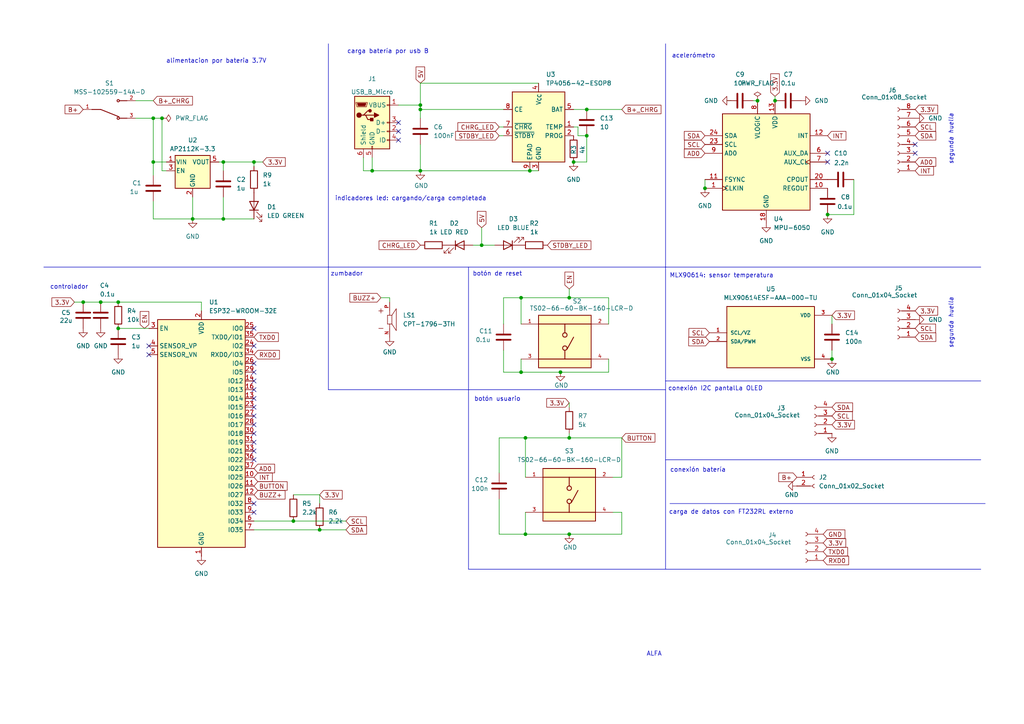
<source format=kicad_sch>
(kicad_sch (version 20250114) (generator "eeschema") (generator_version "9.0")
  (paper "A4")
  (lib_symbols
    (symbol "Battery_Management:TP4056-42-ESOP8"
      (property "Reference" "U" (at -6.604 11.684 0))
      (property "Value" "TP4056-42-ESOP8" (at 10.16 11.684 0))
      (symbol "TP4056-42-ESOP8_1_0"
        (pin input line (at -10.16 5.08 0) (length 2.54) (name "CE") (number "8"))
        (pin open_collector line (at -10.16 0 0) (length 2.54) (name "~{CHRG}") (number "7"))
        (pin open_collector line (at -10.16 -2.54 0) (length 2.54) (name "~{STDBY}") (number "6"))
        (pin passive line (at -2.54 -12.7 90) (length 2.54) (name "EPAD") (number "9"))
        (pin power_in line (at 0 12.7 270) (length 2.54) (name "V_{CC}") (number "4"))
        (pin power_in line (at 0 -12.7 90) (length 2.54) (name "GND") (number "3"))
        (pin power_out line (at 10.16 5.08 180) (length 2.54) (name "BAT") (number "5"))
        (pin input line (at 10.16 0 180) (length 2.54) (name "TEMP") (number "1"))
        (pin passive line (at 10.16 -2.54 180) (length 2.54) (name "PROG") (number "2"))
      )
    )
    (symbol "CPT-1796-3TH:CPT-1796-3TH" (pin_names (offset 1.016))
      (property "Reference" "LS" (at -3.8237 8.922 0))
      (property "Value" "CPT-1796-3TH" (at -3.8225 -11.4677 0))
      (symbol "CPT-1796-3TH_0_0"
        (pin passive line (at 0 5.08 270) (length 2.54) (name "~") (number "P"))
        (pin passive line (at 0 -5.08 90) (length 2.54) (name "~") (number "N"))
      )
    )
    (symbol "Connector:Conn_01x02_Socket" (pin_names (offset 1.016) (hide yes))
      (property "Reference" "J" (at 0 2.54 0))
      (property "Value" "Conn_01x02_Socket" (at 0 -5.08 0))
      (symbol "Conn_01x02_Socket_1_1"
        (pin passive line (at -5.08 0 0) (length 3.81) (name "Pin_1") (number "1"))
        (pin passive line (at -5.08 -2.54 0) (length 3.81) (name "Pin_2") (number "2"))
      )
    )
    (symbol "Connector:Conn_01x04_Socket" (pin_names (offset 1.016) (hide yes))
      (property "Reference" "J" (at 0 5.08 0))
      (property "Value" "Conn_01x04_Socket" (at 0 -7.62 0))
      (symbol "Conn_01x04_Socket_1_1"
        (pin passive line (at -5.08 2.54 0) (length 3.81) (name "Pin_1") (number "1"))
        (pin passive line (at -5.08 0 0) (length 3.81) (name "Pin_2") (number "2"))
        (pin passive line (at -5.08 -2.54 0) (length 3.81) (name "Pin_3") (number "3"))
        (pin passive line (at -5.08 -5.08 0) (length 3.81) (name "Pin_4") (number "4"))
      )
    )
    (symbol "Connector:Conn_01x08_Socket" (pin_names (offset 1.016) (hide yes))
      (property "Reference" "J" (at 0 10.16 0))
      (property "Value" "Conn_01x08_Socket" (at 0 -12.7 0))
      (symbol "Conn_01x08_Socket_1_1"
        (pin passive line (at -5.08 7.62 0) (length 3.81) (name "Pin_1") (number "1"))
        (pin passive line (at -5.08 5.08 0) (length 3.81) (name "Pin_2") (number "2"))
        (pin passive line (at -5.08 2.54 0) (length 3.81) (name "Pin_3") (number "3"))
        (pin passive line (at -5.08 0 0) (length 3.81) (name "Pin_4") (number "4"))
        (pin passive line (at -5.08 -2.54 0) (length 3.81) (name "Pin_5") (number "5"))
        (pin passive line (at -5.08 -5.08 0) (length 3.81) (name "Pin_6") (number "6"))
        (pin passive line (at -5.08 -7.62 0) (length 3.81) (name "Pin_7") (number "7"))
        (pin passive line (at -5.08 -10.16 0) (length 3.81) (name "Pin_8") (number "8"))
      )
    )
    (symbol "Connector:USB_B_Micro" (pin_names (offset 1.016))
      (property "Reference" "J" (at -5.08 11.43 0))
      (property "Value" "USB_B_Micro" (at -5.08 8.89 0))
      (symbol "USB_B_Micro_1_1"
        (pin passive line (at -2.54 -10.16 90) (length 2.54) (name "Shield") (number "6"))
        (pin power_out line (at 0 -10.16 90) (length 2.54) (name "GND") (number "5"))
        (pin power_out line (at 7.62 5.08 180) (length 2.54) (name "VBUS") (number "1"))
        (pin bidirectional line (at 7.62 0 180) (length 2.54) (name "D+") (number "3"))
        (pin bidirectional line (at 7.62 -2.54 180) (length 2.54) (name "D-") (number "2"))
        (pin passive line (at 7.62 -5.08 180) (length 2.54) (name "ID") (number "4"))
      )
    )
    (symbol "Device:C" (pin_numbers (hide yes)) (pin_names (offset 0.254))
      (property "Reference" "C" (at 0.635 2.54 0))
      (property "Value" "C" (at 0.635 -2.54 0))
      (symbol "C_1_1"
        (pin passive line (at 0 3.81 270) (length 2.794) (name "~") (number "1"))
        (pin passive line (at 0 -3.81 90) (length 2.794) (name "~") (number "2"))
      )
    )
    (symbol "Device:LED" (pin_numbers (hide yes)) (pin_names (offset 1.016) (hide yes))
      (property "Reference" "D" (at 0 2.54 0))
      (property "Value" "LED" (at 0 -2.54 0))
      (symbol "LED_1_1"
        (pin passive line (at -3.81 0 0) (length 2.54) (name "K") (number "1"))
        (pin passive line (at 3.81 0 180) (length 2.54) (name "A") (number "2"))
      )
    )
    (symbol "Device:R" (pin_numbers (hide yes)) (pin_names (offset 0))
      (property "Reference" "R" (at 2.032 0 90))
      (property "Value" "R" (at 0 0 90))
      (symbol "R_1_1"
        (pin passive line (at 0 3.81 270) (length 1.27) (name "~") (number "1"))
        (pin passive line (at 0 -3.81 90) (length 1.27) (name "~") (number "2"))
      )
    )
    (symbol "MLX90614ESF-AAA-000-TU:MLX90614ESF-AAA-000-TU" (pin_names (offset 1.016))
      (property "Reference" "U" (at -12.7 8.382 0))
      (property "Value" "MLX90614ESF-AAA-000-TU" (at -12.7 -12.7 0))
      (symbol "MLX90614ESF-AAA-000-TU_0_0"
        (pin input line (at -17.78 0 0) (length 5.08) (name "SCL/VZ") (number "1"))
        (pin bidirectional line (at -17.78 -2.54 0) (length 5.08) (name "SDA/PWM") (number "2"))
        (pin power_in line (at 17.78 5.08 180) (length 5.08) (name "VDD") (number "3"))
        (pin power_in line (at 17.78 -7.62 180) (length 5.08) (name "VSS") (number "4"))
      )
    )
    (symbol "MSS-102559-14A-D:MSS-102559-14A-D" (pin_names (offset 1.016))
      (property "Reference" "S" (at -2.54 5.08 0))
      (property "Value" "MSS-102559-14A-D" (at -2.54 -5.08 0))
      (symbol "MSS-102559-14A-D_0_0"
        (pin passive line (at -7.62 0 0) (length 2.54) (name "~") (number "1"))
        (pin passive line (at 7.62 2.54 180) (length 2.54) (name "~") (number "2"))
        (pin passive line (at 7.62 -2.54 180) (length 2.54) (name "~") (number "3"))
      )
    )
    (symbol "RF_Module:ESP32-WROOM-32E"
      (property "Reference" "U" (at -12.7 34.29 0))
      (property "Value" "ESP32-WROOM-32E" (at 1.27 34.29 0))
      (symbol "ESP32-WROOM-32E_1_1"
        (pin input line (at -15.24 30.48 0) (length 2.54) (name "EN") (number "3"))
        (pin input line (at -15.24 25.4 0) (length 2.54) (name "SENSOR_VP") (number "4"))
        (pin input line (at -15.24 22.86 0) (length 2.54) (name "SENSOR_VN") (number "5"))
        (pin no_connect line (at -12.7 0 0) (length 2.54) (hide yes) (name "NC") (number "21"))
        (pin no_connect line (at -12.7 -2.54 0) (length 2.54) (hide yes) (name "NC") (number "22"))
        (pin no_connect line (at -12.7 -5.08 0) (length 2.54) (hide yes) (name "NC") (number "17"))
        (pin no_connect line (at -12.7 -7.62 0) (length 2.54) (hide yes) (name "NC") (number "18"))
        (pin no_connect line (at -12.7 -10.16 0) (length 2.54) (hide yes) (name "NC") (number "20"))
        (pin no_connect line (at -12.7 -12.7 0) (length 2.54) (hide yes) (name "NC") (number "19"))
        (pin no_connect line (at -12.7 -27.94 0) (length 2.54) (hide yes) (name "NC") (number "32"))
        (pin power_in line (at 0 35.56 270) (length 2.54) (name "VDD") (number "2"))
        (pin power_in line (at 0 -35.56 90) (length 2.54) (name "GND") (number "1"))
        (pin passive line (at 0 -35.56 90) (length 2.54) (hide yes) (name "GND") (number "15"))
        (pin passive line (at 0 -35.56 90) (length 2.54) (hide yes) (name "GND") (number "38"))
        (pin passive line (at 0 -35.56 90) (length 2.54) (hide yes) (name "GND") (number "39"))
        (pin bidirectional line (at 15.24 30.48 180) (length 2.54) (name "IO0") (number "25"))
        (pin bidirectional line (at 15.24 27.94 180) (length 2.54) (name "TXD0/IO1") (number "35"))
        (pin bidirectional line (at 15.24 25.4 180) (length 2.54) (name "IO2") (number "24"))
        (pin bidirectional line (at 15.24 22.86 180) (length 2.54) (name "RXD0/IO3") (number "34"))
        (pin bidirectional line (at 15.24 20.32 180) (length 2.54) (name "IO4") (number "26"))
        (pin bidirectional line (at 15.24 17.78 180) (length 2.54) (name "IO5") (number "29"))
        (pin bidirectional line (at 15.24 15.24 180) (length 2.54) (name "IO12") (number "14"))
        (pin bidirectional line (at 15.24 12.7 180) (length 2.54) (name "IO13") (number "16"))
        (pin bidirectional line (at 15.24 10.16 180) (length 2.54) (name "IO14") (number "13"))
        (pin bidirectional line (at 15.24 7.62 180) (length 2.54) (name "IO15") (number "23"))
        (pin bidirectional line (at 15.24 5.08 180) (length 2.54) (name "IO16") (number "27"))
        (pin bidirectional line (at 15.24 2.54 180) (length 2.54) (name "IO17") (number "28"))
        (pin bidirectional line (at 15.24 0 180) (length 2.54) (name "IO18") (number "30"))
        (pin bidirectional line (at 15.24 -2.54 180) (length 2.54) (name "IO19") (number "31"))
        (pin bidirectional line (at 15.24 -5.08 180) (length 2.54) (name "IO21") (number "33"))
        (pin bidirectional line (at 15.24 -7.62 180) (length 2.54) (name "IO22") (number "36"))
        (pin bidirectional line (at 15.24 -10.16 180) (length 2.54) (name "IO23") (number "37"))
        (pin bidirectional line (at 15.24 -12.7 180) (length 2.54) (name "IO25") (number "10"))
        (pin bidirectional line (at 15.24 -15.24 180) (length 2.54) (name "IO26") (number "11"))
        (pin bidirectional line (at 15.24 -17.78 180) (length 2.54) (name "IO27") (number "12"))
        (pin bidirectional line (at 15.24 -20.32 180) (length 2.54) (name "IO32") (number "8"))
        (pin bidirectional line (at 15.24 -22.86 180) (length 2.54) (name "IO33") (number "9"))
        (pin input line (at 15.24 -25.4 180) (length 2.54) (name "IO34") (number "6"))
        (pin input line (at 15.24 -27.94 180) (length 2.54) (name "IO35") (number "7"))
      )
    )
    (symbol "Regulator_Linear:AP2112K-3.3" (pin_names (offset 0.254))
      (property "Reference" "U" (at -5.08 5.715 0))
      (property "Value" "AP2112K-3.3" (at 0 5.715 0))
      (symbol "AP2112K-3.3_1_1"
        (pin power_in line (at -7.62 2.54 0) (length 2.54) (name "VIN") (number "1"))
        (pin input line (at -7.62 0 0) (length 2.54) (name "EN") (number "3"))
        (pin power_in line (at 0 -7.62 90) (length 2.54) (name "GND") (number "2"))
        (pin no_connect line (at 5.08 0 180) (length 2.54) (hide yes) (name "NC") (number "4"))
        (pin power_out line (at 7.62 2.54 180) (length 2.54) (name "VOUT") (number "5"))
      )
    )
    (symbol "Sensor_Motion:MPU-6050"
      (property "Reference" "U" (at -11.43 13.97 0))
      (property "Value" "MPU-6050" (at 7.62 -15.24 0))
      (symbol "MPU-6050_0_0"
        (text "" (at 12.7 -2.54 0) (effects (font (size 1.27 1.27))))
      )
      (symbol "MPU-6050_1_1"
        (pin bidirectional line (at -17.78 7.62 0) (length 5.08) (name "SDA") (number "24"))
        (pin input line (at -17.78 5.08 0) (length 5.08) (name "SCL") (number "23"))
        (pin input line (at -17.78 2.54 0) (length 5.08) (name "AD0") (number "9"))
        (pin input line (at -17.78 -5.08 0) (length 5.08) (name "FSYNC") (number "11"))
        (pin input clock (at -17.78 -7.62 0) (length 5.08) (name "CLKIN") (number "1"))
        (pin no_connect line (at -12.7 12.7 0) (length 2.54) (hide yes) (name "NC") (number "2"))
        (pin no_connect line (at -12.7 10.16 0) (length 2.54) (hide yes) (name "NC") (number "3"))
        (pin no_connect line (at -12.7 0 0) (length 2.54) (hide yes) (name "NC") (number "4"))
        (pin no_connect line (at -12.7 -2.54 0) (length 2.54) (hide yes) (name "NC") (number "5"))
        (pin no_connect line (at -12.7 -10.16 0) (length 2.54) (hide yes) (name "NC") (number "14"))
        (pin power_in line (at -2.54 17.78 270) (length 3.81) (name "VLOGIC") (number "8"))
        (pin power_in line (at 0 -17.78 90) (length 3.81) (name "GND") (number "18"))
        (pin power_in line (at 2.54 17.78 270) (length 3.81) (name "VDD") (number "13"))
        (pin no_connect line (at 12.7 12.7 180) (length 2.54) (hide yes) (name "NC") (number "15"))
        (pin no_connect line (at 12.7 10.16 180) (length 2.54) (hide yes) (name "NC") (number "16"))
        (pin no_connect line (at 12.7 5.08 180) (length 2.54) (hide yes) (name "NC") (number "17"))
        (pin no_connect line (at 12.7 -2.54 180) (length 2.54) (hide yes) (name "RESV") (number "21"))
        (pin no_connect line (at 12.7 -10.16 180) (length 2.54) (hide yes) (name "RESV") (number "19"))
        (pin no_connect line (at 12.7 -12.7 180) (length 2.54) (hide yes) (name "RESV") (number "22"))
        (pin output line (at 17.78 7.62 180) (length 5.08) (name "INT") (number "12"))
        (pin bidirectional line (at 17.78 2.54 180) (length 5.08) (name "AUX_DA") (number "6"))
        (pin output clock (at 17.78 0 180) (length 5.08) (name "AUX_CL") (number "7"))
        (pin passive line (at 17.78 -5.08 180) (length 5.08) (name "CPOUT") (number "20"))
        (pin passive line (at 17.78 -7.62 180) (length 5.08) (name "REGOUT") (number "10"))
      )
    )
    (symbol "TS02-66-60-BK-160-LCR-D:TS02-66-60-BK-160-LCR-D" (pin_names (offset 1.016))
      (property "Reference" "S" (at -7.62 8.382 0))
      (property "Value" "TS02-66-60-BK-160-LCR-D" (at -7.62 -8.382 0))
      (symbol "TS02-66-60-BK-160-LCR-D_0_0"
        (pin passive line (at -12.7 5.08 0) (length 5.08) (name "~") (number "1"))
        (pin passive line (at -12.7 -5.08 0) (length 5.08) (name "~") (number "3"))
        (pin passive line (at 12.7 5.08 180) (length 5.08) (name "~") (number "2"))
        (pin passive line (at 12.7 -5.08 180) (length 5.08) (name "~") (number "4"))
      )
    )
    (symbol "power:GND" (power) (pin_numbers (hide yes)) (pin_names (offset 0) (hide yes))
      (property "Value" "GND" (at 0 -3.81 0))
      (symbol "GND_1_1"
        (pin power_in line (at 0 0 270) (length 0) (name "~") (number "1"))
      )
    )
    (symbol "power:PWR_FLAG" (power) (pin_numbers (hide yes)) (pin_names (offset 0) (hide yes))
      (property "Value" "PWR_FLAG" (at 0 3.81 0))
      (symbol "PWR_FLAG_0_0"
        (pin power_out line (at 0 0 90) (length 0) (name "~") (number "1"))
      )
    )
  )
  (text "carga de datos con FT232RL externo" (at 212.09 148.59 0) (effects (font (size 1.27 1.27))))
  (text "botón de reset" (at 144.272 79.502 0) (effects (font (size 1.27 1.27))))
  (text "segunda huella" (at 275.844 40.386 90) (effects (font (size 1.27 1.27) (italic yes))))
  (text "acelerómetro" (at 201.168 16.256 0) (effects (font (size 1.27 1.27))))
  (text "alimentacion por bateria 3.7V" (at 62.738 17.78 0) (effects (font (size 1.27 1.27))))
  (text "conexión I2C pantalLa OLED" (at 207.518 112.776 0) (effects (font (size 1.27 1.27))))
  (text "zumbador" (at 100.584 79.502 0) (effects (font (size 1.27 1.27))))
  (text "controlador" (at 20.066 83.312 0) (effects (font (size 1.27 1.27))))
  (text "conexión batería" (at 202.438 136.398 0) (effects (font (size 1.27 1.27))))
  (text "indicadores led: cargando/carga completada" (at 119.126 57.658 0) (effects (font (size 1.27 1.27))))
  (text "carga batería por usb B\n" (at 112.522 14.986 0) (effects (font (size 1.27 1.27))))
  (text "MLX90614: sensor temperatura" (at 209.296 80.01 0) (effects (font (size 1.27 1.27))))
  (text "botón usuario" (at 144.272 115.824 0) (effects (font (size 1.27 1.27))))
  (text "segunda huella" (at 275.844 93.726 90) (effects (font (size 1.27 1.27) (italic yes))))
  (text "ALFA" (at 189.738 189.738 0) (effects (font (size 1.27 1.27))))
  (junction (at 92.71 153.67))
  (junction (at 165.1 127))
  (junction (at 170.18 39.37))
  (junction (at 107.95 49.53))
  (junction (at 44.45 34.29))
  (junction (at 121.92 49.53))
  (junction (at 166.37 46.99))
  (junction (at 34.29 87.63))
  (junction (at 162.56 107.95))
  (junction (at 152.4 127))
  (junction (at 121.92 31.75))
  (junction (at 139.7 71.12))
  (junction (at 85.09 151.13))
  (junction (at 240.03 62.23))
  (junction (at 64.77 46.99))
  (junction (at 151.13 107.95))
  (junction (at 46.99 34.29))
  (junction (at 55.88 63.5))
  (junction (at 34.29 95.25))
  (junction (at 165.1 154.94))
  (junction (at 204.47 54.61))
  (junction (at 241.3 104.14))
  (junction (at 121.92 30.48))
  (junction (at 73.66 46.99))
  (junction (at 152.4 154.94))
  (junction (at 219.71 29.21))
  (junction (at 224.79 29.21))
  (junction (at 165.1 86.36))
  (junction (at 153.67 49.53))
  (junction (at 151.13 86.36))
  (junction (at 64.77 63.5))
  (junction (at 170.18 31.75))
  (junction (at 29.21 87.63))
  (junction (at 24.13 87.63))
  (junction (at 44.45 46.99))
  (no_connect (at 240.03 46.99))
  (no_connect (at 73.66 130.81))
  (no_connect (at 73.66 125.73))
  (no_connect (at 265.43 41.91))
  (no_connect (at 73.66 105.41))
  (no_connect (at 115.57 38.1))
  (no_connect (at 73.66 146.05))
  (no_connect (at 240.03 44.45))
  (no_connect (at 73.66 115.57))
  (no_connect (at 73.66 123.19))
  (no_connect (at 73.66 100.33))
  (no_connect (at 73.66 128.27))
  (no_connect (at 115.57 40.64))
  (no_connect (at 43.18 100.33))
  (no_connect (at 43.18 102.87))
  (no_connect (at 115.57 35.56))
  (no_connect (at 73.66 118.11))
  (no_connect (at 265.43 44.45))
  (no_connect (at 73.66 110.49))
  (no_connect (at 73.66 95.25))
  (no_connect (at 73.66 107.95))
  (no_connect (at 73.66 133.35))
  (no_connect (at 73.66 148.59))
  (no_connect (at 73.66 113.03))
  (no_connect (at 73.66 120.65))
  (wire (pts (xy 39.37 34.29) (xy 44.45 34.29)))
  (wire (pts (xy 165.1 127) (xy 180.34 127)))
  (wire (pts (xy 55.88 57.15) (xy 55.88 63.5)))
  (wire (pts (xy 44.45 34.29) (xy 44.45 46.99)))
  (wire (pts (xy 247.65 52.07) (xy 247.65 62.23)))
  (wire (pts (xy 121.92 31.75) (xy 146.05 31.75)))
  (wire (pts (xy 165.1 83.82) (xy 165.1 86.36)))
  (wire (pts (xy 85.09 143.51) (xy 92.71 143.51)))
  (wire (pts (xy 107.95 45.72) (xy 107.95 49.53)))
  (polyline (pts (xy 193.04 165.1) (xy 284.48 165.1)))
  (polyline (pts (xy 135.89 113.03) (xy 135.89 77.47)))
  (wire (pts (xy 170.18 46.99) (xy 166.37 46.99)))
  (wire (pts (xy 247.65 62.23) (xy 240.03 62.23)))
  (wire (pts (xy 64.77 46.99) (xy 64.77 49.53)))
  (wire (pts (xy 24.13 87.63) (xy 29.21 87.63)))
  (wire (pts (xy 139.7 71.12) (xy 143.51 71.12)))
  (wire (pts (xy 165.1 125.73) (xy 165.1 127)))
  (wire (pts (xy 241.3 93.98) (xy 241.3 91.44)))
  (polyline (pts (xy 135.89 113.03) (xy 135.89 165.1)))
  (polyline (pts (xy 193.04 133.35) (xy 284.48 133.35)))
  (wire (pts (xy 139.7 71.12) (xy 137.16 71.12)))
  (wire (pts (xy 152.4 154.94) (xy 165.1 154.94)))
  (wire (pts (xy 204.47 52.07) (xy 204.47 54.61)))
  (wire (pts (xy 218.44 29.21) (xy 219.71 29.21)))
  (wire (pts (xy 64.77 46.99) (xy 73.66 46.99)))
  (wire (pts (xy 121.92 30.48) (xy 121.92 31.75)))
  (wire (pts (xy 29.21 87.63) (xy 34.29 87.63)))
  (wire (pts (xy 167.64 39.37) (xy 170.18 39.37)))
  (wire (pts (xy 121.92 24.13) (xy 156.21 24.13)))
  (wire (pts (xy 34.29 95.25) (xy 43.18 95.25)))
  (wire (pts (xy 64.77 63.5) (xy 73.66 63.5)))
  (wire (pts (xy 85.09 151.13) (xy 73.66 151.13)))
  (wire (pts (xy 153.67 49.53) (xy 156.21 49.53)))
  (wire (pts (xy 146.05 36.83) (xy 144.78 36.83)))
  (polyline (pts (xy 95.25 113.03) (xy 135.89 113.03)))
  (wire (pts (xy 113.03 86.36) (xy 113.03 87.63)))
  (wire (pts (xy 34.29 87.63) (xy 58.42 87.63)))
  (polyline (pts (xy 193.04 110.49) (xy 193.04 165.1)))
  (wire (pts (xy 44.45 34.29) (xy 46.99 34.29)))
  (polyline (pts (xy 95.25 77.47) (xy 193.04 77.47)))
  (polyline (pts (xy 95.25 77.47) (xy 95.25 113.03)))
  (wire (pts (xy 121.92 24.13) (xy 121.92 30.48)))
  (wire (pts (xy 176.53 107.95) (xy 162.56 107.95)))
  (wire (pts (xy 146.05 39.37) (xy 144.78 39.37)))
  (wire (pts (xy 121.92 49.53) (xy 153.67 49.53)))
  (polyline (pts (xy 193.04 12.7) (xy 193.04 77.47)))
  (wire (pts (xy 121.92 31.75) (xy 121.92 34.29)))
  (wire (pts (xy 44.45 46.99) (xy 48.26 46.99)))
  (wire (pts (xy 146.05 93.98) (xy 146.05 86.36)))
  (polyline (pts (xy 12.7 77.47) (xy 95.25 77.47)))
  (wire (pts (xy 44.45 63.5) (xy 44.45 58.42)))
  (wire (pts (xy 139.7 66.04) (xy 139.7 71.12)))
  (wire (pts (xy 55.88 63.5) (xy 64.77 63.5)))
  (wire (pts (xy 176.53 93.98) (xy 176.53 86.36)))
  (wire (pts (xy 46.99 49.53) (xy 46.99 34.29)))
  (wire (pts (xy 165.1 116.84) (xy 165.1 118.11)))
  (wire (pts (xy 210.82 29.21) (xy 212.09 29.21)))
  (wire (pts (xy 121.92 30.48) (xy 115.57 30.48)))
  (wire (pts (xy 73.66 46.99) (xy 76.2 46.99)))
  (polyline (pts (xy 194.31 146.05) (xy 285.75 146.05)))
  (wire (pts (xy 100.33 151.13) (xy 85.09 151.13)))
  (polyline (pts (xy 193.04 77.47) (xy 284.48 77.47)))
  (wire (pts (xy 241.3 101.6) (xy 241.3 104.14)))
  (wire (pts (xy 144.78 127) (xy 152.4 127)))
  (wire (pts (xy 44.45 63.5) (xy 55.88 63.5)))
  (wire (pts (xy 170.18 31.75) (xy 180.34 31.75)))
  (wire (pts (xy 48.26 49.53) (xy 46.99 49.53)))
  (wire (pts (xy 39.37 29.21) (xy 44.45 29.21)))
  (wire (pts (xy 146.05 86.36) (xy 151.13 86.36)))
  (wire (pts (xy 180.34 148.59) (xy 180.34 154.94)))
  (wire (pts (xy 100.33 153.67) (xy 92.71 153.67)))
  (wire (pts (xy 92.71 153.67) (xy 73.66 153.67)))
  (wire (pts (xy 224.79 27.94) (xy 224.79 29.21)))
  (wire (pts (xy 105.41 49.53) (xy 107.95 49.53)))
  (wire (pts (xy 177.8 138.43) (xy 180.34 138.43)))
  (wire (pts (xy 152.4 127) (xy 152.4 138.43)))
  (wire (pts (xy 167.64 36.83) (xy 167.64 39.37)))
  (wire (pts (xy 180.34 127) (xy 180.34 138.43)))
  (wire (pts (xy 151.13 86.36) (xy 151.13 93.98)))
  (wire (pts (xy 176.53 86.36) (xy 165.1 86.36)))
  (wire (pts (xy 121.92 41.91) (xy 121.92 49.53)))
  (wire (pts (xy 21.59 87.63) (xy 24.13 87.63)))
  (wire (pts (xy 107.95 49.53) (xy 121.92 49.53)))
  (wire (pts (xy 144.78 154.94) (xy 152.4 154.94)))
  (wire (pts (xy 146.05 101.6) (xy 146.05 107.95)))
  (wire (pts (xy 144.78 144.78) (xy 144.78 154.94)))
  (wire (pts (xy 170.18 39.37) (xy 170.18 46.99)))
  (polyline (pts (xy 193.04 110.49) (xy 193.04 77.47)))
  (wire (pts (xy 152.4 148.59) (xy 152.4 154.94)))
  (wire (pts (xy 166.37 36.83) (xy 167.64 36.83)))
  (wire (pts (xy 58.42 87.63) (xy 58.42 90.17)))
  (polyline (pts (xy 95.25 12.7) (xy 95.25 77.47)))
  (wire (pts (xy 166.37 31.75) (xy 170.18 31.75)))
  (wire (pts (xy 146.05 107.95) (xy 151.13 107.95)))
  (wire (pts (xy 64.77 57.15) (xy 64.77 63.5)))
  (wire (pts (xy 144.78 137.16) (xy 144.78 127)))
  (polyline (pts (xy 284.48 110.49) (xy 193.04 110.49)))
  (wire (pts (xy 73.66 48.26) (xy 73.66 46.99)))
  (polyline (pts (xy 193.04 113.03) (xy 135.89 113.03)))
  (wire (pts (xy 151.13 107.95) (xy 162.56 107.95)))
  (wire (pts (xy 180.34 148.59) (xy 177.8 148.59)))
  (polyline (pts (xy 135.89 165.1) (xy 193.04 165.1)))
  (wire (pts (xy 151.13 86.36) (xy 165.1 86.36)))
  (wire (pts (xy 92.71 143.51) (xy 92.71 146.05)))
  (wire (pts (xy 63.5 46.99) (xy 64.77 46.99)))
  (wire (pts (xy 151.13 104.14) (xy 151.13 107.95)))
  (wire (pts (xy 105.41 45.72) (xy 105.41 49.53)))
  (wire (pts (xy 152.4 127) (xy 165.1 127)))
  (wire (pts (xy 176.53 104.14) (xy 176.53 107.95)))
  (wire (pts (xy 110.49 86.36) (xy 113.03 86.36)))
  (wire (pts (xy 44.45 50.8) (xy 44.45 46.99)))
  (wire (pts (xy 180.34 154.94) (xy 165.1 154.94)))
  (global_label "B+_CHRG" (shape input) (at 180.34 31.75 0) (property "Intersheetrefs" "${INTERSHEET_REFS}" (effects (hide yes))))
  (global_label "EN" (shape input) (at 165.1 83.82 90) (property "Intersheetrefs" "${INTERSHEET_REFS}" (effects (hide yes))))
  (global_label "5V" (shape input) (at 121.92 24.13 90) (property "Intersheetrefs" "${INTERSHEET_REFS}" (effects (hide yes))))
  (global_label "STDBY_LED" (shape input) (at 158.75 71.12 0) (property "Intersheetrefs" "${INTERSHEET_REFS}" (effects (hide yes))))
  (global_label "5V" (shape input) (at 139.7 66.04 90) (property "Intersheetrefs" "${INTERSHEET_REFS}" (effects (hide yes))))
  (global_label "B+_CHRG" (shape input) (at 44.45 29.21 0) (property "Intersheetrefs" "${INTERSHEET_REFS}" (effects (hide yes))))
  (global_label "BUTTON" (shape input) (at 73.66 140.97 0) (property "Intersheetrefs" "${INTERSHEET_REFS}" (effects (hide yes))))
  (global_label "BUZZ+" (shape input) (at 73.66 143.51 0) (property "Intersheetrefs" "${INTERSHEET_REFS}" (effects (hide yes))))
  (global_label "3.3V" (shape input) (at 76.2 46.99 0) (property "Intersheetrefs" "${INTERSHEET_REFS}" (effects (hide yes))))
  (global_label "SDA" (shape input) (at 265.43 39.37 0) (property "Intersheetrefs" "${INTERSHEET_REFS}" (effects (hide yes))))
  (global_label "BUTTON" (shape input) (at 180.34 127 0) (property "Intersheetrefs" "${INTERSHEET_REFS}" (effects (hide yes))))
  (global_label "SCL" (shape input) (at 265.43 36.83 0) (property "Intersheetrefs" "${INTERSHEET_REFS}" (effects (hide yes))))
  (global_label "3.3V" (shape input) (at 238.76 157.48 0) (property "Intersheetrefs" "${INTERSHEET_REFS}" (effects (hide yes))))
  (global_label "AD0" (shape input) (at 204.47 44.45 180) (property "Intersheetrefs" "${INTERSHEET_REFS}" (effects (hide yes))))
  (global_label "GND" (shape input) (at 238.76 154.94 0) (property "Intersheetrefs" "${INTERSHEET_REFS}" (effects (hide yes))))
  (global_label "SCL" (shape input) (at 265.43 95.25 0) (property "Intersheetrefs" "${INTERSHEET_REFS}" (effects (hide yes))))
  (global_label "B+" (shape input) (at 24.13 31.75 180) (property "Intersheetrefs" "${INTERSHEET_REFS}" (effects (hide yes))))
  (global_label "BUZZ+" (shape input) (at 110.49 86.36 180) (property "Intersheetrefs" "${INTERSHEET_REFS}" (effects (hide yes))))
  (global_label "EN" (shape input) (at 41.91 95.25 90) (property "Intersheetrefs" "${INTERSHEET_REFS}" (effects (hide yes))))
  (global_label "SCL" (shape input) (at 205.74 96.52 180) (property "Intersheetrefs" "${INTERSHEET_REFS}" (effects (hide yes))))
  (global_label "AD0" (shape input) (at 73.66 135.89 0) (property "Intersheetrefs" "${INTERSHEET_REFS}" (effects (hide yes))))
  (global_label "SCL" (shape input) (at 204.47 41.91 180) (property "Intersheetrefs" "${INTERSHEET_REFS}" (effects (hide yes))))
  (global_label "TXD0" (shape input) (at 238.76 160.02 0) (property "Intersheetrefs" "${INTERSHEET_REFS}" (effects (hide yes))))
  (global_label "INT" (shape input) (at 265.43 49.53 0) (property "Intersheetrefs" "${INTERSHEET_REFS}" (effects (hide yes))))
  (global_label "AD0" (shape input) (at 265.43 46.99 0) (property "Intersheetrefs" "${INTERSHEET_REFS}" (effects (hide yes))))
  (global_label "SDA" (shape input) (at 100.33 153.67 0) (property "Intersheetrefs" "${INTERSHEET_REFS}" (effects (hide yes))))
  (global_label "SDA" (shape input) (at 204.47 39.37 180) (property "Intersheetrefs" "${INTERSHEET_REFS}" (effects (hide yes))))
  (global_label "SDA" (shape input) (at 241.3 118.11 0) (property "Intersheetrefs" "${INTERSHEET_REFS}" (effects (hide yes))))
  (global_label "SDA" (shape input) (at 205.74 99.06 180) (property "Intersheetrefs" "${INTERSHEET_REFS}" (effects (hide yes))))
  (global_label "RXD0" (shape input) (at 73.66 102.87 0) (property "Intersheetrefs" "${INTERSHEET_REFS}" (effects (hide yes))))
  (global_label "CHRG_LED" (shape input) (at 144.78 36.83 180) (property "Intersheetrefs" "${INTERSHEET_REFS}" (effects (hide yes))))
  (global_label "3.3V" (shape input) (at 21.59 87.63 180) (property "Intersheetrefs" "${INTERSHEET_REFS}" (effects (hide yes))))
  (global_label "INT" (shape input) (at 73.66 138.43 0) (property "Intersheetrefs" "${INTERSHEET_REFS}" (effects (hide yes))))
  (global_label "3.3V" (shape input) (at 265.43 31.75 0) (property "Intersheetrefs" "${INTERSHEET_REFS}" (effects (hide yes))))
  (global_label "B+" (shape input) (at 231.14 138.43 180) (property "Intersheetrefs" "${INTERSHEET_REFS}" (effects (hide yes))))
  (global_label "3.3V" (shape input) (at 241.3 123.19 0) (property "Intersheetrefs" "${INTERSHEET_REFS}" (effects (hide yes))))
  (global_label "3.3V" (shape input) (at 241.3 91.44 0) (property "Intersheetrefs" "${INTERSHEET_REFS}" (effects (hide yes))))
  (global_label "TXD0" (shape input) (at 73.66 97.79 0) (property "Intersheetrefs" "${INTERSHEET_REFS}" (effects (hide yes))))
  (global_label "3.3V" (shape input) (at 265.43 90.17 0) (property "Intersheetrefs" "${INTERSHEET_REFS}" (effects (hide yes))))
  (global_label "3.3V" (shape input) (at 92.71 143.51 0) (property "Intersheetrefs" "${INTERSHEET_REFS}" (effects (hide yes))))
  (global_label "CHRG_LED" (shape input) (at 121.92 71.12 180) (property "Intersheetrefs" "${INTERSHEET_REFS}" (effects (hide yes))))
  (global_label "SDA" (shape input) (at 265.43 97.79 0) (property "Intersheetrefs" "${INTERSHEET_REFS}" (effects (hide yes))))
  (global_label "3.3V" (shape input) (at 165.1 116.84 180) (property "Intersheetrefs" "${INTERSHEET_REFS}" (effects (hide yes))))
  (global_label "SCL" (shape input) (at 100.33 151.13 0) (property "Intersheetrefs" "${INTERSHEET_REFS}" (effects (hide yes))))
  (global_label "SCL" (shape input) (at 241.3 120.65 0) (property "Intersheetrefs" "${INTERSHEET_REFS}" (effects (hide yes))))
  (global_label "3.3V" (shape input) (at 224.79 27.94 90) (property "Intersheetrefs" "${INTERSHEET_REFS}" (effects (hide yes))))
  (global_label "RXD0" (shape input) (at 238.76 162.56 0) (property "Intersheetrefs" "${INTERSHEET_REFS}" (effects (hide yes))))
  (global_label "INT" (shape input) (at 240.03 39.37 0) (property "Intersheetrefs" "${INTERSHEET_REFS}" (effects (hide yes))))
  (global_label "STDBY_LED" (shape input) (at 144.78 39.37 180) (property "Intersheetrefs" "${INTERSHEET_REFS}" (effects (hide yes))))
  (symbol (lib_id "CPT-1796-3TH:CPT-1796-3TH") (at 113.03 92.71 0) (unit 1)
    (property "Reference" "LS1" (at 116.84 91.4399 0) (effects (justify left)))
    (property "Value" "CPT-1796-3TH" (at 116.84 93.9799 0) (effects (justify left)))
    (property "Footprint" "CPT-1796-3TH:SPKR_CPT-1796-3TH" (effects (hide yes)))
    (property "MF" "Same Sky" (effects (hide yes)))
    (property "MAXIMUM_PACKAGE_HEIGHT" "9.6mm" (effects (hide yes)))
    (property "CREATOR" "DIZAR" (effects (hide yes)))
    (property "Price" "None" (effects (hide yes)))
    (property "Package" "Package" (effects (hide yes)))
    (property "Check_prices" "https://www.snapeda.com/parts/CPT-1796-3TH/Same+Sky/view-part/?ref=eda" (effects (hide yes)))
    (property "STANDARD" "Manufacturer Recommendations" (effects (hide yes)))
    (property "PARTREV" "1.0" (effects (hide yes)))
    (property "SnapEDA_Link" "https://www.snapeda.com/parts/CPT-1796-3TH/Same+Sky/view-part/?ref=snap" (effects (hide yes)))
    (property "MP" "CPT-1796-3TH" (effects (hide yes)))
    (property "Description_1" "Buzzers Transducer, Externally Driven Piezo 3 V 3mA 2kHz 70dB @ 3V, 10cm Through Hole PC Pins" (effects (hide yes)))
    (property "Availability" "In Stock" (effects (hide yes)))
    (property "MANUFACTURER" "Same Sky" (effects (hide yes)))
  )
  (symbol (lib_id "power:GND") (at 162.56 107.95 0) (unit 1)
    (property "Reference" "#PWR018" (effects (hide yes)))
    (property "Value" "GND" (at 162.814 111.76 0))
    (property "Description" "Power symbol creates a global label with name \"GND\" , ground" (effects (hide yes)))
  )
  (symbol (lib_id "Regulator_Linear:AP2112K-3.3") (at 55.88 49.53 0) (unit 1)
    (property "Reference" "U2" (at 55.88 40.64 0))
    (property "Value" "AP2112K-3.3" (at 55.88 43.18 0))
    (property "Footprint" "Package_TO_SOT_SMD:SOT-23-5" (effects (hide yes)))
    (property "Datasheet" "https://www.diodes.com/assets/Datasheets/AP2112.pdf" (effects (hide yes)))
    (property "Description" "600mA low dropout linear regulator, with enable pin, 3.8V-6V input voltage range, 3.3V fixed positive output, SOT-23-5" (effects (hide yes)))
  )
  (symbol (lib_id "Device:C") (at 170.18 35.56 0) (unit 1)
    (property "Reference" "C13" (at 173.99 34.2899 0) (effects (justify left)))
    (property "Value" "10" (at 173.99 36.8299 0) (effects (justify left)))
    (property "Footprint" "Capacitor_SMD:C_0805_2012Metric" (effects (hide yes)))
    (property "Description" "Unpolarized capacitor" (effects (hide yes)))
  )
  (symbol (lib_id "power:GND") (at 212.09 29.21 270) (unit 1)
    (property "Reference" "#PWR012" (effects (hide yes)))
    (property "Value" "GND" (at 208.28 29.2099 90) (effects (justify right)))
    (property "Description" "Power symbol creates a global label with name \"GND\" , ground" (effects (hide yes)))
  )
  (symbol (lib_id "Connector:USB_B_Micro") (at 107.95 35.56 0) (unit 1)
    (property "Reference" "J1" (at 107.95 22.86 0))
    (property "Value" "USB_B_Micro" (at 107.95 26.67 0))
    (property "Footprint" "Connector_USB:USB_Micro-B_XKB_U254-051T-4BH83-F1S" (effects (hide yes)))
    (property "Description" "USB Micro Type B connector" (effects (hide yes)))
  )
  (symbol (lib_id "Sensor_Motion:MPU-6050") (at 222.25 46.99 0) (unit 1)
    (property "Reference" "U4" (at 224.3933 63.5 0) (effects (justify left)))
    (property "Value" "MPU-6050" (at 224.3933 66.04 0) (effects (justify left)))
    (property "Footprint" "Sensor_Motion:InvenSense_QFN-24_4x4mm_P0.5mm" (effects (hide yes)))
    (property "Datasheet" "https://invensense.tdk.com/wp-content/uploads/2015/02/MPU-6000-Datasheet1.pdf" (effects (hide yes)))
    (property "Description" "InvenSense 6-Axis Motion Sensor, Gyroscope, Accelerometer, I2C" (effects (hide yes)))
  )
  (symbol (lib_id "Device:C") (at 241.3 97.79 0) (unit 1)
    (property "Reference" "C14" (at 245.11 96.5199 0) (effects (justify left)))
    (property "Value" "100n" (at 245.11 99.0599 0) (effects (justify left)))
    (property "Footprint" "Capacitor_SMD:C_0805_2012Metric" (effects (hide yes)))
    (property "Description" "Unpolarized capacitor" (effects (hide yes)))
  )
  (symbol (lib_id "Device:C") (at 29.21 91.44 0) (unit 1)
    (property "Reference" "C4" (at 28.956 82.804 0) (effects (justify left)))
    (property "Value" "0.1u" (at 28.956 85.344 0) (effects (justify left)))
    (property "Footprint" "Capacitor_SMD:C_0805_2012Metric" (effects (hide yes)))
    (property "Description" "Unpolarized capacitor" (effects (hide yes)))
  )
  (symbol (lib_id "RF_Module:ESP32-WROOM-32E") (at 58.42 125.73 0) (unit 1)
    (property "Reference" "U1" (at 60.6141 87.63 0) (effects (justify left)))
    (property "Value" "ESP32-WROOM-32E" (at 60.6141 90.17 0) (effects (justify left)))
    (property "Footprint" "RF_Module:ESP32-WROOM-32E-USER" (effects (hide yes)))
    (property "Datasheet" "https://www.espressif.com/sites/default/files/documentation/esp32-wroom-32e_esp32-wroom-32ue_datasheet_en.pdf" (effects (hide yes)))
    (property "Description" "RF Module, ESP32-D0WD-V3 SoC, without PSRAM, Wi-Fi 802.11b/g/n, Bluetooth, BLE, 32-bit, 2.7-3.6V, onboard antenna, SMD" (effects (hide yes)))
  )
  (symbol (lib_id "MLX90614ESF-AAA-000-TU:MLX90614ESF-AAA-000-TU") (at 223.52 96.52 0) (unit 1)
    (property "Reference" "U5" (at 223.52 83.82 0))
    (property "Value" "MLX90614ESF-AAA-000-TU" (at 223.52 86.36 0))
    (property "Footprint" "MLX90614ESF-AAA-000-TU:TO254P912H435-4" (effects (hide yes)))
    (property "MF" "Melexis" (effects (hide yes)))
    (property "MAXIMUM_PACKAGE_HEIGHT" "4.35mm" (effects (hide yes)))
    (property "Package" "TO-39-4 Melexis" (effects (hide yes)))
    (property "Price" "None" (effects (hide yes)))
    (property "Check_prices" "https://www.snapeda.com/parts/MLX90614ESF-AAA-000-TU/Melexis/view-part/?ref=eda" (effects (hide yes)))
    (property "STANDARD" "IPC-7351B" (effects (hide yes)))
    (property "PARTREV" "13" (effects (hide yes)))
    (property "SnapEDA_Link" "https://www.snapeda.com/parts/MLX90614ESF-AAA-000-TU/Melexis/view-part/?ref=snap" (effects (hide yes)))
    (property "MP" "MLX90614ESF-AAA-000-TU" (effects (hide yes)))
    (property "Description_1" "single pixel, 5V, standard acc., 90deg FOV" (effects (hide yes)))
    (property "Availability" "In Stock" (effects (hide yes)))
    (property "MANUFACTURER" "Melexis" (effects (hide yes)))
  )
  (symbol (lib_id "power:GND") (at 113.03 97.79 0) (unit 1)
    (property "Reference" "#PWR014" (effects (hide yes)))
    (property "Value" "GND" (at 113.03 102.108 0))
    (property "Description" "Power symbol creates a global label with name \"GND\" , ground" (effects (hide yes)))
  )
  (symbol (lib_id "power:GND") (at 232.41 29.21 90) (unit 1)
    (property "Reference" "#PWR010" (effects (hide yes)))
    (property "Value" "GND" (at 236.22 29.2099 90) (effects (justify right)))
    (property "Description" "Power symbol creates a global label with name \"GND\" , ground" (effects (hide yes)))
  )
  (symbol (lib_id "power:GND") (at 204.47 54.61 0) (unit 1)
    (property "Reference" "#PWR011" (effects (hide yes)))
    (property "Value" "GND" (at 204.47 59.69 0))
    (property "Description" "Power symbol creates a global label with name \"GND\" , ground" (effects (hide yes)))
  )
  (symbol (lib_id "power:GND") (at 29.21 95.25 0) (unit 1)
    (property "Reference" "#PWR04" (effects (hide yes)))
    (property "Value" "GND" (at 29.21 100.33 0))
    (property "Description" "Power symbol creates a global label with name \"GND\" , ground" (effects (hide yes)))
  )
  (symbol (lib_id "Device:C") (at 228.6 29.21 90) (unit 1)
    (property "Reference" "C7" (at 228.6 21.59 90))
    (property "Value" "0.1u" (at 228.6 24.13 90))
    (property "Footprint" "Capacitor_SMD:C_0805_2012Metric" (effects (hide yes)))
    (property "Description" "Unpolarized capacitor" (effects (hide yes)))
  )
  (symbol (lib_id "Device:C") (at 121.92 38.1 0) (unit 1)
    (property "Reference" "C6" (at 125.73 36.8299 0) (effects (justify left)))
    (property "Value" "100nF" (at 125.73 39.3699 0) (effects (justify left)))
    (property "Footprint" "Capacitor_SMD:C_0805_2012Metric" (effects (hide yes)))
    (property "Description" "Unpolarized capacitor" (effects (hide yes)))
  )
  (symbol (lib_id "power:GND") (at 121.92 49.53 0) (unit 1)
    (property "Reference" "#PWR05" (effects (hide yes)))
    (property "Value" "GND" (at 122.174 53.848 0))
    (property "Description" "Power symbol creates a global label with name \"GND\" , ground" (effects (hide yes)))
  )
  (symbol (lib_id "power:GND") (at 265.43 92.71 90) (unit 1)
    (property "Reference" "#PWR019" (effects (hide yes)))
    (property "Value" "GND" (at 269.24 92.7099 90) (effects (justify right)))
    (property "Description" "Power symbol creates a global label with name \"GND\" , ground" (effects (hide yes)))
  )
  (symbol (lib_id "Device:C") (at 144.78 140.97 0) (unit 1)
    (property "Reference" "C12" (at 137.668 139.192 0) (effects (justify left)))
    (property "Value" "100n" (at 136.652 141.732 0) (effects (justify left)))
    (property "Footprint" "Capacitor_SMD:C_0805_2012Metric" (effects (hide yes)))
    (property "Description" "Unpolarized capacitor" (effects (hide yes)))
  )
  (symbol (lib_id "Connector:Conn_01x04_Socket") (at 233.68 160.02 180) (unit 1)
    (property "Reference" "J4" (at 224.028 155.194 0))
    (property "Value" "Conn_01x04_Socket" (at 219.964 157.226 0))
    (property "Footprint" "Connector_PinSocket_2.54mm:PinSocket_1x04_P2.54mm_Vertical" (effects (hide yes)))
    (property "Description" "Generic connector, single row, 01x04, script generated" (effects (hide yes)))
  )
  (symbol (lib_id "power:PWR_FLAG") (at 219.71 29.21 0) (unit 1)
    (property "Reference" "#FLG01" (effects (hide yes)))
    (property "Value" "PWR_FLAG" (at 219.71 24.13 0))
    (property "Description" "Special symbol for telling ERC where power comes from" (effects (hide yes)))
  )
  (symbol (lib_id "Connector:Conn_01x04_Socket") (at 260.35 95.25 180) (unit 1)
    (property "Reference" "J5" (at 260.604 83.566 0))
    (property "Value" "Conn_01x04_Socket" (at 256.54 85.598 0))
    (property "Footprint" "Connector_PinSocket_2.54mm:PinSocket_1x04_P2.54mm_Vertical" (effects (hide yes)))
    (property "Description" "Generic connector, single row, 01x04, script generated" (effects (hide yes)))
  )
  (symbol (lib_id "Device:C") (at 44.45 54.61 0) (unit 1)
    (property "Reference" "C1" (at 38.354 53.086 0) (effects (justify left)))
    (property "Value" "1u" (at 37.592 55.626 0) (effects (justify left)))
    (property "Footprint" "Capacitor_SMD:C_0805_2012Metric" (effects (hide yes)))
    (property "Description" "Unpolarized capacitor" (effects (hide yes)))
  )
  (symbol (lib_id "power:GND") (at 58.42 161.29 0) (unit 1)
    (property "Reference" "#PWR09" (effects (hide yes)))
    (property "Value" "GND" (at 58.42 166.37 0))
    (property "Description" "Power symbol creates a global label with name \"GND\" , ground" (effects (hide yes)))
  )
  (symbol (lib_id "Device:R") (at 166.37 43.18 180) (unit 1)
    (property "Reference" "R3" (at 166.37 43.434 90))
    (property "Value" "4k" (at 168.91 43.434 90))
    (property "Footprint" "Resistor_SMD:R_0805_2012Metric" (effects (hide yes)))
    (property "Description" "Resistor" (effects (hide yes)))
  )
  (symbol (lib_id "Device:LED") (at 133.35 71.12 0) (unit 1)
    (property "Reference" "D2" (at 131.7625 64.77 0))
    (property "Value" "LED RED" (at 131.7625 67.31 0))
    (property "Footprint" "LED_THT:LED_D3.0mm" (effects (hide yes)))
    (property "Description" "Light emitting diode" (effects (hide yes)))
    (property "Sim.Pins" "1=K 2=A" (effects (hide yes)))
  )
  (symbol (lib_id "Device:LED") (at 73.66 59.69 90) (unit 1)
    (property "Reference" "D1" (at 77.47 60.0074 90) (effects (justify right)))
    (property "Value" "LED GREEN" (at 77.47 62.5474 90) (effects (justify right)))
    (property "Footprint" "LED_THT:LED_D3.0mm" (effects (hide yes)))
    (property "Description" "Light emitting diode" (effects (hide yes)))
    (property "Sim.Pins" "1=K 2=A" (effects (hide yes)))
  )
  (symbol (lib_id "power:GND") (at 24.13 95.25 0) (unit 1)
    (property "Reference" "#PWR03" (effects (hide yes)))
    (property "Value" "GND" (at 24.13 100.33 0))
    (property "Description" "Power symbol creates a global label with name \"GND\" , ground" (effects (hide yes)))
  )
  (symbol (lib_id "power:PWR_FLAG") (at 46.99 34.29 270) (unit 1)
    (property "Reference" "#FLG02" (effects (hide yes)))
    (property "Value" "PWR_FLAG" (at 50.8 34.2899 90) (effects (justify left)))
    (property "Description" "Special symbol for telling ERC where power comes from" (effects (hide yes)))
  )
  (symbol (lib_id "Device:R") (at 85.09 147.32 0) (unit 1)
    (property "Reference" "R5" (at 87.63 146.0499 0) (effects (justify left)))
    (property "Value" "2.2k" (at 87.63 148.5899 0) (effects (justify left)))
    (property "Footprint" "Resistor_SMD:R_0805_2012Metric" (effects (hide yes)))
    (property "Description" "Resistor" (effects (hide yes)))
  )
  (symbol (lib_id "Device:C") (at 146.05 97.79 0) (unit 1)
    (property "Reference" "C11" (at 138.938 96.012 0) (effects (justify left)))
    (property "Value" "0.1u" (at 137.922 98.552 0) (effects (justify left)))
    (property "Footprint" "Capacitor_SMD:C_0805_2012Metric" (effects (hide yes)))
    (property "Description" "Unpolarized capacitor" (effects (hide yes)))
  )
  (symbol (lib_id "power:GND") (at 241.3 104.14 0) (unit 1)
    (property "Reference" "#PWR015" (effects (hide yes)))
    (property "Value" "GND" (at 241.554 107.95 0))
    (property "Description" "Power symbol creates a global label with name \"GND\" , ground" (effects (hide yes)))
  )
  (symbol (lib_id "power:GND") (at 231.14 140.97 270) (unit 1)
    (property "Reference" "#PWR07" (effects (hide yes)))
    (property "Value" "GND" (at 229.616 143.51 90))
    (property "Description" "Power symbol creates a global label with name \"GND\" , ground" (effects (hide yes)))
  )
  (symbol (lib_id "Device:R") (at 92.71 149.86 0) (unit 1)
    (property "Reference" "R6" (at 95.25 148.5899 0) (effects (justify left)))
    (property "Value" "2.2k" (at 95.25 151.1299 0) (effects (justify left)))
    (property "Footprint" "Resistor_SMD:R_0805_2012Metric" (effects (hide yes)))
    (property "Description" "Resistor" (effects (hide yes)))
  )
  (symbol (lib_id "Connector:Conn_01x02_Socket") (at 236.22 138.43 0) (unit 1)
    (property "Reference" "J2" (at 237.49 138.4299 0) (effects (justify left)))
    (property "Value" "Conn_01x02_Socket" (at 237.49 140.9699 0) (effects (justify left)))
    (property "Footprint" "Connector_JST:JST_PH_S2B-PH-K_1x02_P2.00mm_Horizontal" (effects (hide yes)))
    (property "Description" "Generic connector, single row, 01x02, script generated" (effects (hide yes)))
  )
  (symbol (lib_id "power:GND") (at 241.3 125.73 0) (unit 1)
    (property "Reference" "#PWR016" (effects (hide yes)))
    (property "Value" "GND" (at 241.3 130.81 0))
    (property "Description" "Power symbol creates a global label with name \"GND\" , ground" (effects (hide yes)))
  )
  (symbol (lib_id "Device:R") (at 125.73 71.12 270) (unit 1)
    (property "Reference" "R1" (at 125.73 64.77 90))
    (property "Value" "1k" (at 125.73 67.31 90))
    (property "Footprint" "Resistor_SMD:R_0805_2012Metric" (effects (hide yes)))
    (property "Description" "Resistor" (effects (hide yes)))
  )
  (symbol (lib_id "power:GND") (at 265.43 34.29 90) (unit 1)
    (property "Reference" "#PWR020" (effects (hide yes)))
    (property "Value" "GND" (at 269.24 34.2899 90) (effects (justify right)))
    (property "Description" "Power symbol creates a global label with name \"GND\" , ground" (effects (hide yes)))
  )
  (symbol (lib_id "Device:R") (at 165.1 121.92 0) (unit 1)
    (property "Reference" "R7" (at 167.64 120.6499 0) (effects (justify left)))
    (property "Value" "5k" (at 167.64 123.1899 0) (effects (justify left)))
    (property "Footprint" "Resistor_SMD:R_0805_2012Metric" (effects (hide yes)))
    (property "Description" "Resistor" (effects (hide yes)))
  )
  (symbol (lib_id "Device:R") (at 154.94 71.12 90) (unit 1)
    (property "Reference" "R2" (at 154.94 64.77 90))
    (property "Value" "1k" (at 154.94 67.31 90))
    (property "Footprint" "Resistor_SMD:R_0805_2012Metric" (effects (hide yes)))
    (property "Description" "Resistor" (effects (hide yes)))
  )
  (symbol (lib_id "Device:C") (at 240.03 58.42 0) (unit 1)
    (property "Reference" "C8" (at 243.84 57.1499 0) (effects (justify left)))
    (property "Value" "0.1u" (at 242.824 59.944 0) (effects (justify left)))
    (property "Footprint" "Capacitor_SMD:C_0805_2012Metric" (effects (hide yes)))
    (property "Description" "Unpolarized capacitor" (effects (hide yes)))
  )
  (symbol (lib_id "power:GND") (at 166.37 46.99 0) (unit 1)
    (property "Reference" "#PWR06" (effects (hide yes)))
    (property "Value" "GND" (at 166.37 52.07 0))
    (property "Description" "Power symbol creates a global label with name \"GND\" , ground" (effects (hide yes)))
  )
  (symbol (lib_id "Device:R") (at 34.29 91.44 0) (unit 1)
    (property "Reference" "R4" (at 36.83 90.1699 0) (effects (justify left)))
    (property "Value" "10k" (at 36.83 92.7099 0) (effects (justify left)))
    (property "Footprint" "Resistor_SMD:R_0805_2012Metric" (effects (hide yes)))
    (property "Description" "Resistor" (effects (hide yes)))
  )
  (symbol (lib_id "Battery_Management:TP4056-42-ESOP8") (at 156.21 36.83 0) (unit 1)
    (property "Reference" "U3" (at 158.3533 21.59 0) (effects (justify left)))
    (property "Value" "TP4056-42-ESOP8" (at 158.3533 24.13 0) (effects (justify left)))
    (property "Footprint" "Package_SO:SOIC-8-1EP_3.9x4.9mm_P1.27mm_EP2.41x3.3mm_ThermalVias" (effects (hide yes)))
    (property "Datasheet" "https://www.lcsc.com/datasheet/lcsc_datasheet_2410121619_TOPPOWER-Nanjing-Extension-Microelectronics-TP4056-42-ESOP8_C16581.pdf" (effects (hide yes)))
    (property "Description" "1A Standalone Linear Li-ion/LiPo single-cell battery charger, 4.2V ±1% charge voltage, VCC = 4.0..8.0V, SOIC-8 (SOP-8)" (effects (hide yes)))
  )
  (symbol (lib_id "TS02-66-60-BK-160-LCR-D:TS02-66-60-BK-160-LCR-D") (at 165.1 143.51 0) (unit 1)
    (property "Reference" "S3" (at 165.1 130.81 0))
    (property "Value" "TS02-66-60-BK-160-LCR-D" (at 165.1 133.35 0))
    (property "Footprint" "TS02-66-60-BK-160-LCR-D:SW_TS02-66-60-BK-160-LCR-D" (effects (hide yes)))
    (property "MF" "Same Sky" (effects (hide yes)))
    (property "Description_1" "6 x 6 mm, 6 mm Actuator Height, 160 gf, Black, Long Crimped, Through Hole, SPST, Tactile Switch" (effects (hide yes)))
    (property "Package" "None" (effects (hide yes)))
    (property "Price" "None" (effects (hide yes)))
    (property "Check_prices" "https://www.snapeda.com/parts/TS02-66-60-BK-160-LCR-D/Same+Sky/view-part/?ref=eda" (effects (hide yes)))
    (property "STANDARD" "Manufacturer Recommendations" (effects (hide yes)))
    (property "PARTREV" "1.0" (effects (hide yes)))
    (property "SnapEDA_Link" "https://www.snapeda.com/parts/TS02-66-60-BK-160-LCR-D/Same+Sky/view-part/?ref=snap" (effects (hide yes)))
    (property "MP" "TS02-66-60-BK-160-LCR-D" (effects (hide yes)))
    (property "Availability" "In Stock" (effects (hide yes)))
    (property "MANUFACTURER" "CUI Devices" (effects (hide yes)))
  )
  (symbol (lib_id "power:GND") (at 165.1 154.94 0) (unit 1)
    (property "Reference" "#PWR017" (effects (hide yes)))
    (property "Value" "GND" (at 165.354 158.75 0))
    (property "Description" "Power symbol creates a global label with name \"GND\" , ground" (effects (hide yes)))
  )
  (symbol (lib_id "power:GND") (at 34.29 102.87 0) (unit 1)
    (property "Reference" "#PWR02" (effects (hide yes)))
    (property "Value" "GND" (at 34.29 107.95 0))
    (property "Description" "Power symbol creates a global label with name \"GND\" , ground" (effects (hide yes)))
  )
  (symbol (lib_id "power:GND") (at 240.03 62.23 0) (unit 1)
    (property "Reference" "#PWR013" (effects (hide yes)))
    (property "Value" "GND" (at 240.03 67.31 0))
    (property "Description" "Power symbol creates a global label with name \"GND\" , ground" (effects (hide yes)))
  )
  (symbol (lib_id "power:GND") (at 55.88 63.5 0) (unit 1)
    (property "Reference" "#PWR01" (effects (hide yes)))
    (property "Value" "GND" (at 55.88 68.58 0))
    (property "Description" "Power symbol creates a global label with name \"GND\" , ground" (effects (hide yes)))
  )
  (symbol (lib_id "Connector:Conn_01x08_Socket") (at 260.35 41.91 180) (unit 1)
    (property "Reference" "J6" (at 258.826 26.162 0))
    (property "Value" "Conn_01x08_Socket" (at 259.334 28.194 0))
    (property "Footprint" "Connector_PinSocket_2.54mm:PinSocket_1x08_P2.54mm_Vertical" (effects (hide yes)))
    (property "Description" "Generic connector, single row, 01x08, script generated" (effects (hide yes)))
  )
  (symbol (lib_id "Device:C") (at 64.77 53.34 0) (unit 1)
    (property "Reference" "C2" (at 68.58 52.0699 0) (effects (justify left)))
    (property "Value" "1u" (at 68.58 54.6099 0) (effects (justify left)))
    (property "Footprint" "Capacitor_SMD:C_0805_2012Metric" (effects (hide yes)))
    (property "Description" "Unpolarized capacitor" (effects (hide yes)))
  )
  (symbol (lib_id "Device:LED") (at 147.32 71.12 180) (unit 1)
    (property "Reference" "D3" (at 148.9075 63.5 0))
    (property "Value" "LED BLUE" (at 148.9075 66.04 0))
    (property "Footprint" "LED_THT:LED_D3.0mm" (effects (hide yes)))
    (property "Description" "Light emitting diode" (effects (hide yes)))
    (property "Sim.Pins" "1=K 2=A" (effects (hide yes)))
  )
  (symbol (lib_id "MSS-102559-14A-D:MSS-102559-14A-D") (at 31.75 31.75 0) (unit 1)
    (property "Reference" "S1" (at 31.75 24.13 0))
    (property "Value" "MSS-102559-14A-D" (at 31.75 26.67 0))
    (property "Footprint" "MSS-102559-14A-D:SW_MSS-102559-14A-D" (effects (hide yes)))
    (property "MF" "Same Sky" (effects (hide yes)))
    (property "MAXIMUM_PACKAGE_HEIGHT" "6.5 mm" (effects (hide yes)))
    (property "Package" "None" (effects (hide yes)))
    (property "Price" "None" (effects (hide yes)))
    (property "Check_prices" "https://www.snapeda.com/parts/MSS-102559-14A-D/Same+Sky/view-part/?ref=eda" (effects (hide yes)))
    (property "STANDARD" "Manufacturer Recommendations" (effects (hide yes)))
    (property "PARTREV" "1.0" (effects (hide yes)))
    (property "SnapEDA_Link" "https://www.snapeda.com/parts/MSS-102559-14A-D/Same+Sky/view-part/?ref=snap" (effects (hide yes)))
    (property "MP" "MSS-102559-14A-D" (effects (hide yes)))
    (property "Description_1" "10 x 2.5 x 5.9 mm, 1.4 mm Raised Slide Actuator, Through Hole, Miniature Slide Switch" (effects (hide yes)))
    (property "Availability" "In Stock" (effects (hide yes)))
    (property "MANUFACTURER" "CUI Devices" (effects (hide yes)))
  )
  (symbol (lib_id "Device:C") (at 214.63 29.21 270) (unit 1)
    (property "Reference" "C9" (at 214.63 21.59 90))
    (property "Value" "10n" (at 214.63 24.13 90))
    (property "Footprint" "Capacitor_SMD:C_0805_2012Metric" (effects (hide yes)))
    (property "Description" "Unpolarized capacitor" (effects (hide yes)))
  )
  (symbol (lib_id "Device:C") (at 34.29 99.06 0) (unit 1)
    (property "Reference" "C3" (at 38.1 97.7899 0) (effects (justify left)))
    (property "Value" "1u" (at 38.1 100.3299 0) (effects (justify left)))
    (property "Footprint" "Capacitor_SMD:C_0805_2012Metric" (effects (hide yes)))
    (property "Description" "Unpolarized capacitor" (effects (hide yes)))
  )
  (symbol (lib_id "Device:R") (at 73.66 52.07 0) (unit 1)
    (property "Reference" "R9" (at 76.2 50.7999 0) (effects (justify left)))
    (property "Value" "1k" (at 76.2 53.3399 0) (effects (justify left)))
    (property "Footprint" "Resistor_SMD:R_0805_2012Metric" (effects (hide yes)))
    (property "Description" "Resistor" (effects (hide yes)))
  )
  (symbol (lib_id "Device:C") (at 24.13 91.44 0) (unit 1)
    (property "Reference" "C5" (at 17.78 90.678 0) (effects (justify left)))
    (property "Value" "22u" (at 17.272 92.964 0) (effects (justify left)))
    (property "Footprint" "Capacitor_SMD:C_0805_2012Metric" (effects (hide yes)))
    (property "Description" "Unpolarized capacitor" (effects (hide yes)))
  )
  (symbol (lib_id "Device:C") (at 243.84 52.07 90) (unit 1)
    (property "Reference" "C10" (at 243.84 44.45 90))
    (property "Value" "2.2n" (at 244.094 47.244 90))
    (property "Footprint" "Capacitor_SMD:C_0805_2012Metric" (effects (hide yes)))
    (property "Description" "Unpolarized capacitor" (effects (hide yes)))
  )
  (symbol (lib_id "TS02-66-60-BK-160-LCR-D:TS02-66-60-BK-160-LCR-D") (at 163.83 99.06 0) (unit 1)
    (property "Reference" "S2" (at 167.386 87.376 0))
    (property "Value" "TS02-66-60-BK-160-LCR-D" (at 168.656 89.408 0))
    (property "Footprint" "TS02-66-60-BK-160-LCR-D:SW_TS02-66-60-BK-160-LCR-D" (effects (hide yes)))
    (property "MF" "Same Sky" (effects (hide yes)))
    (property "Description_1" "6 x 6 mm, 6 mm Actuator Height, 160 gf, Black, Long Crimped, Through Hole, SPST, Tactile Switch" (effects (hide yes)))
    (property "Package" "None" (effects (hide yes)))
    (property "Price" "None" (effects (hide yes)))
    (property "Check_prices" "https://www.snapeda.com/parts/TS02-66-60-BK-160-LCR-D/Same+Sky/view-part/?ref=eda" (effects (hide yes)))
    (property "STANDARD" "Manufacturer Recommendations" (effects (hide yes)))
    (property "PARTREV" "1.0" (effects (hide yes)))
    (property "SnapEDA_Link" "https://www.snapeda.com/parts/TS02-66-60-BK-160-LCR-D/Same+Sky/view-part/?ref=snap" (effects (hide yes)))
    (property "MP" "TS02-66-60-BK-160-LCR-D" (effects (hide yes)))
    (property "Availability" "In Stock" (effects (hide yes)))
    (property "MANUFACTURER" "CUI Devices" (effects (hide yes)))
  )
  (symbol (lib_id "Connector:Conn_01x04_Socket") (at 236.22 123.19 180) (unit 1)
    (property "Reference" "J3" (at 226.568 118.364 0))
    (property "Value" "Conn_01x04_Socket" (at 222.504 120.396 0))
    (property "Footprint" "Connector_PinSocket_2.54mm:PinSocket_1x04_P2.54mm_Vertical" (effects (hide yes)))
    (property "Description" "Generic connector, single row, 01x04, script generated" (effects (hide yes)))
  )
  (symbol (lib_id "power:GND") (at 222.25 64.77 0) (unit 1)
    (property "Reference" "#PWR08" (effects (hide yes)))
    (property "Value" "GND" (at 222.25 69.85 0))
    (property "Description" "Power symbol creates a global label with name \"GND\" , ground" (effects (hide yes)))
  )
)
</source>
